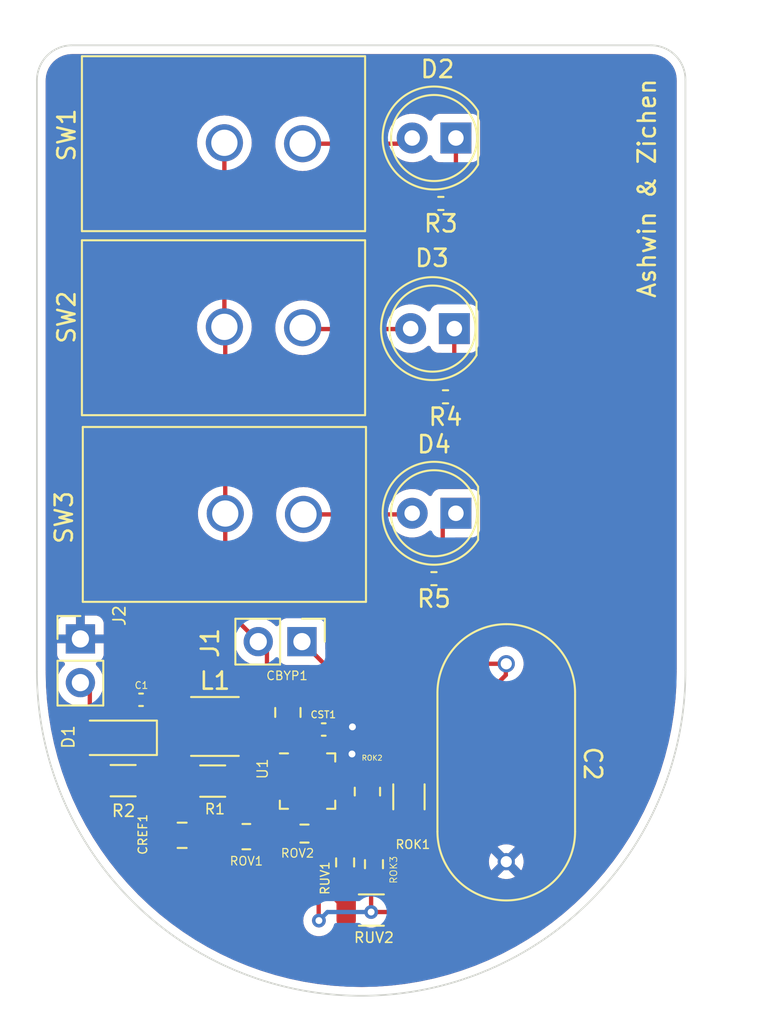
<source format=kicad_pcb>
(kicad_pcb (version 20210824) (generator pcbnew)
  (layers (0 "F.Cu" signal) (31 "B.Cu" signal) (34 "B.Paste" user) (35 "F.Paste" user) (36 "B.SilkS" user "B.Silkscreen") (37 "F.SilkS" user "F.Silkscreen") (38 "B.Mask" user) (39 "F.Mask" user) (44 "Edge.Cuts" user))
  (net 0 "")
  (net 1 "/Vin")
  (net 2 "GND")
  (net 3 "Net-(C2-Pad1)")
  (net 4 "Net-(CBYP1-Pad1)")
  (net 5 "Net-(CREF1-Pad1)")
  (net 6 "Net-(D1-Pad2)")
  (net 7 "Net-(D2-Pad1)")
  (net 8 "Net-(D2-Pad2)")
  (net 9 "Net-(D3-Pad1)")
  (net 10 "Net-(D3-Pad2)")
  (net 11 "Net-(D4-Pad1)")
  (net 12 "Net-(D4-Pad2)")
  (net 13 "/lbst")
  (net 14 "/voc_samp")
  (net 15 "/ok_prog")
  (net 16 "/ok_hyst")
  (net 17 "Net-(ROK3-Pad1)")
  (net 18 "Net-(ROV1-Pad1)")
  (net 19 "/vbatuv")
  (footprint "Resistor_SMD:R_0402_1005Metric" (layer "F.Cu") (at 117.2718 70.4342 180)
    (fp_text reference "R4" (at 0 -1.17) (layer "F.SilkS"))
    (fp_text value "271")
    (fp_line (start -0.153641 0.38) (end 0.153641 0.38) (layer "F.SilkS") (width 0.12))
    (fp_line (start -0.153641 -0.38) (end 0.153641 -0.38) (layer "F.SilkS") (width 0.12))
    (pad "1" smd roundrect locked (at -0.51 0 180) (size 0.54 0.64) (layers "F.Cu" "F.Paste" "F.Mask") (net 9 "Net-(D3-Pad1)"))
    (pad "2" smd roundrect locked (at 0.51 0 180) (size 0.54 0.64) (layers "F.Cu" "F.Paste" "F.Mask") (net 2 "GND"))
  )
  (footprint "Resistor_SMD:R_0603_1608Metric" (layer "F.Cu") (at 109.075016 95.80928 180)
    (fp_text reference "ROV2" (at 0.4064 -1.143) (layer "F.SilkS") (effects (font (size 0.5 0.5) (thickness 0.07))))
    (fp_text value "6.2M")
    (fp_line (start -0.237258 0.5225) (end 0.237258 0.5225) (layer "F.SilkS") (width 0.12))
    (fp_line (start -0.237258 -0.5225) (end 0.237258 -0.5225) (layer "F.SilkS") (width 0.12))
    (pad "1" smd roundrect locked (at -0.825 0 180) (size 0.8 0.95) (layers "F.Cu" "F.Paste" "F.Mask") (net 17 "Net-(ROK3-Pad1)"))
    (pad "2" smd roundrect locked (at 0.825 0 180) (size 0.8 0.95) (layers "F.Cu" "F.Paste" "F.Mask") (net 18 "Net-(ROV1-Pad1)"))
  )
  (footprint "Resistor_SMD:R_0603_1608Metric" (layer "F.Cu") (at 111.437216 97.48568 90)
    (fp_text reference "RUV1" (at -0.9144 -1.1684 270) (layer "F.SilkS") (effects (font (size 0.5 0.5) (thickness 0.08))))
    (fp_text value "5.6M")
    (fp_line (start -0.237258 -0.5225) (end 0.237258 -0.5225) (layer "F.SilkS") (width 0.12))
    (fp_line (start -0.237258 0.5225) (end 0.237258 0.5225) (layer "F.SilkS") (width 0.12))
    (pad "1" smd roundrect locked (at -0.825 0 90) (size 0.8 0.95) (layers "F.Cu" "F.Paste" "F.Mask") (net 2 "GND"))
    (pad "2" smd roundrect locked (at 0.825 0 90) (size 0.8 0.95) (layers "F.Cu" "F.Paste" "F.Mask") (net 19 "/vbatuv"))
  )
  (footprint "Connector_PinHeader_2.54mm:PinHeader_1x02_P2.54mm_Vertical" (layer "F.Cu") (at 108.927616 84.65868 -90)
    (fp_text reference "J1" (at 0.0762 5.339 90) (layer "F.SilkS"))
    (fp_text value "Conn_01x02")
    (fp_line (start -1.33 0) (end -1.33 -1.33) (layer "F.SilkS") (width 0.12))
    (fp_line (start -1.33 1.27) (end 1.33 1.27) (layer "F.SilkS") (width 0.12))
    (fp_line (start -1.33 1.27) (end -1.33 3.87) (layer "F.SilkS") (width 0.12))
    (fp_line (start -1.33 3.87) (end 1.33 3.87) (layer "F.SilkS") (width 0.12))
    (fp_line (start -1.33 -1.33) (end 0 -1.33) (layer "F.SilkS") (width 0.12))
    (fp_line (start 1.33 1.27) (end 1.33 3.87) (layer "F.SilkS") (width 0.12))
    (pad "1" thru_hole rect locked (at 0 0 270) (size 1.7 1.7) (drill 1) (layers *.Cu *.Mask) (net 3 "Net-(C2-Pad1)"))
    (pad "2" thru_hole oval locked (at 0 2.54 270) (size 1.7 1.7) (drill 1) (layers *.Cu *.Mask) (net 4 "Net-(CBYP1-Pad1)"))
  )
  (footprint "Resistor_SMD:R_0402_1005Metric" (layer "F.Cu") (at 116.6 81 180)
    (fp_text reference "R5" (at 0 -1.17) (layer "F.SilkS"))
    (fp_text value "271")
    (fp_line (start -0.153641 -0.38) (end 0.153641 -0.38) (layer "F.SilkS") (width 0.12))
    (fp_line (start -0.153641 0.38) (end 0.153641 0.38) (layer "F.SilkS") (width 0.12))
    (pad "1" smd roundrect locked (at -0.51 0 180) (size 0.54 0.64) (layers "F.Cu" "F.Paste" "F.Mask") (net 11 "Net-(D4-Pad1)"))
    (pad "2" smd roundrect locked (at 0.51 0 180) (size 0.54 0.64) (layers "F.Cu" "F.Paste" "F.Mask") (net 2 "GND"))
  )
  (footprint "Capacitor_SMD:C_0402_1005Metric" (layer "F.Cu") (at 110.192616 89.76408)
    (fp_text reference "CST1" (at -0.0254 -0.8636) (layer "F.SilkS") (effects (font (size 0.4 0.4) (thickness 0.07))))
    (fp_text value "4.7uF")
    (fp_line (start -0.107836 0.36) (end 0.107836 0.36) (layer "F.SilkS") (width 0.12))
    (fp_line (start -0.107836 -0.36) (end 0.107836 -0.36) (layer "F.SilkS") (width 0.12))
    (pad "1" smd roundrect locked (at -0.48 0) (size 0.56 0.62) (layers "F.Cu" "F.Paste" "F.Mask") (net 4 "Net-(CBYP1-Pad1)"))
    (pad "2" smd roundrect locked (at 0.48 0) (size 0.56 0.62) (layers "F.Cu" "F.Paste" "F.Mask") (net 2 "GND"))
  )
  (footprint "Package_DFN_QFN:QFN-16-1EP_3x3mm_P0.5mm_EP1.9x1.9mm" (layer "F.Cu") (at 109.252816 92.76128)
    (fp_text reference "U1" (at -2.6162 -0.7112 90) (layer "F.SilkS") (effects (font (size 0.6 0.6) (thickness 0.08))))
    (fp_text value "BQ25504")
    (fp_line (start 1.135 -1.61) (end 1.61 -1.61) (layer "F.SilkS") (width 0.12))
    (fp_line (start 1.61 1.61) (end 1.61 1.135) (layer "F.SilkS") (width 0.12))
    (fp_line (start 1.61 -1.61) (end 1.61 -1.135) (layer "F.SilkS") (width 0.12))
    (fp_line (start 1.135 1.61) (end 1.61 1.61) (layer "F.SilkS") (width 0.12))
    (fp_line (start -1.135 -1.61) (end -1.61 -1.61) (layer "F.SilkS") (width 0.12))
    (fp_line (start -1.135 1.61) (end -1.61 1.61) (layer "F.SilkS") (width 0.12))
    (fp_line (start -1.61 1.61) (end -1.61 1.135) (layer "F.SilkS") (width 0.12))
    (pad "1" smd roundrect locked (at -1.5125 -0.75) (size 0.675 0.25) (layers "F.Cu" "F.Paste" "F.Mask") (net 2 "GND"))
    (pad "2" smd roundrect locked (at -1.5125 -0.25) (size 0.675 0.25) (layers "F.Cu" "F.Paste" "F.Mask") (net 1 "/Vin"))
    (pad "3" smd roundrect locked (at -1.5125 0.25) (size 0.675 0.25) (layers "F.Cu" "F.Paste" "F.Mask") (net 14 "/voc_samp"))
    (pad "4" smd roundrect locked (at -1.5125 0.75) (size 0.675 0.25) (layers "F.Cu" "F.Paste" "F.Mask") (net 5 "Net-(CREF1-Pad1)"))
    (pad "5" smd roundrect locked (at -0.75 1.5125) (size 0.25 0.675) (layers "F.Cu" "F.Paste" "F.Mask") (net 2 "GND"))
    (pad "6" smd roundrect locked (at -0.25 1.5125) (size 0.25 0.675) (layers "F.Cu" "F.Paste" "F.Mask") (net 18 "Net-(ROV1-Pad1)"))
    (pad "7" smd roundrect locked (at 0.25 1.5125) (size 0.25 0.675) (layers "F.Cu" "F.Paste" "F.Mask") (net 17 "Net-(ROK3-Pad1)"))
    (pad "8" smd roundrect locked (at 0.75 1.5125) (size 0.25 0.675) (layers "F.Cu" "F.Paste" "F.Mask") (net 19 "/vbatuv"))
    (pad "9" smd roundrect locked (at 1.5125 0.75) (size 0.675 0.25) (layers "F.Cu" "F.Paste" "F.Mask") (net 16 "/ok_hyst"))
    (pad "10" smd roundrect locked (at 1.5125 0.25) (size 0.675 0.25) (layers "F.Cu" "F.Paste" "F.Mask") (net 15 "/ok_prog"))
    (pad "11" smd roundrect locked (at 1.5125 -0.25) (size 0.675 0.25) (layers "F.Cu" "F.Paste" "F.Mask"))
    (pad "12" smd roundrect locked (at 1.5125 -0.75) (size 0.675 0.25) (layers "F.Cu" "F.Paste" "F.Mask") (net 2 "GND"))
    (pad "13" smd roundrect locked (at 0.75 -1.5125) (size 0.25 0.675) (layers "F.Cu" "F.Paste" "F.Mask") (net 2 "GND"))
    (pad "14" smd roundrect locked (at 0.25 -1.5125) (size 0.25 0.675) (layers "F.Cu" "F.Paste" "F.Mask") (net 3 "Net-(C2-Pad1)"))
    (pad "15" smd roundrect locked (at -0.25 -1.5125) (size 0.25 0.675) (layers "F.Cu" "F.Paste" "F.Mask") (net 4 "Net-(CBYP1-Pad1)"))
    (pad "16" smd roundrect locked (at -0.75 -1.5125) (size 0.25 0.675) (layers "F.Cu" "F.Paste" "F.Mask") (net 13 "/lbst"))
    (pad "17" smd rect locked (at 0 0) (size 1.9 1.9) (layers "F.Cu" "F.Mask") (net 2 "GND"))
  )
  (footprint "SolarCell:SCAP" (layer "F.Cu") (at 120.8024 91.694 -90)
    (fp_text reference "C2" (at 0.0508 -5.0292 -90 unlocked) (layer "F.SilkS"))
    (fp_text value "1.0F")
    (fp_line (start -4 -4) (end 4 -4) (layer "F.SilkS") (width 0.12))
    (fp_line (start -4 4) (end 4 4) (layer "F.SilkS") (width 0.12))
    (fp_arc (start -4.05 0) (end -8.05 0) (angle -90) (layer "F.SilkS") (width 0.12))
    (fp_arc (start 4 0) (end 4 4) (angle -180) (layer "F.SilkS") (width 0.12))
    (fp_arc (start -4.05 0) (end -8.05 0) (angle 90) (layer "F.SilkS") (width 0.12))
    (pad "1" thru_hole circle (at -5.75 0 270) (size 1 1) (drill 0.65) (layers *.Cu *.Mask) (net 3 "Net-(C2-Pad1)"))
    (pad "2" thru_hole circle (at 5.75 0 270) (size 1 1) (drill 0.65) (layers *.Cu *.Mask) (net 2 "GND"))
  )
  (footprint "Resistor_SMD:R_1206_3216Metric" (layer "F.Cu") (at 115.145616 93.67568 -90)
    (fp_text reference "ROK1" (at 2.7686 -0.2286 180) (layer "F.SilkS") (effects (font (size 0.5 0.5) (thickness 0.08))))
    (fp_text value "4.42M")
    (fp_line (start -0.727064 0.91) (end 0.727064 0.91) (layer "F.SilkS") (width 0.12))
    (fp_line (start -0.727064 -0.91) (end 0.727064 -0.91) (layer "F.SilkS") (width 0.12))
    (pad "1" smd roundrect locked (at -1.4625 0 270) (size 1.125 1.75) (layers "F.Cu" "F.Paste" "F.Mask") (roundrect_rratio 0.2222222222) (net 15 "/ok_prog"))
    (pad "2" smd roundrect locked (at 1.4625 0 270) (size 1.125 1.75) (layers "F.Cu" "F.Paste" "F.Mask") (roundrect_rratio 0.2222222222) (net 2 "GND"))
  )
  (footprint "Capacitor_SMD:C_0805_2012Metric" (layer "F.Cu") (at 101.963016 95.91088 180)
    (fp_text reference "CREF1" (at 2.286 0.0508 90) (layer "F.SilkS") (effects (font (size 0.5 0.5) (thickness 0.08))))
    (fp_text value "0.01uF")
    (fp_line (start -0.261252 -0.735) (end 0.261252 -0.735) (layer "F.SilkS") (width 0.12))
    (fp_line (start -0.261252 0.735) (end 0.261252 0.735) (layer "F.SilkS") (width 0.12))
    (pad "1" smd roundrect locked (at -0.95 0 180) (size 1 1.45) (layers "F.Cu" "F.Paste" "F.Mask") (net 5 "Net-(CREF1-Pad1)"))
    (pad "2" smd roundrect locked (at 0.95 0 180) (size 1 1.45) (layers "F.Cu" "F.Paste" "F.Mask") (net 2 "GND"))
  )
  (footprint "Diode_SMD:D_SOD-123" (layer "F.Cu") (at 98.2472 90.2462 180)
    (fp_text reference "D1" (at 2.8972 0.0462 90) (layer "F.SilkS") (effects (font (size 0.7 0.7) (thickness 0.1))))
    (fp_text value "D_Schottky")
    (fp_line (start -2.25 1) (end 1.65 1) (layer "F.SilkS") (width 0.12))
    (fp_line (start -2.25 -1) (end -2.25 1) (layer "F.SilkS") (width 0.12))
    (fp_line (start -2.25 -1) (end 1.65 -1) (layer "F.SilkS") (width 0.12))
    (pad "1" smd rect locked (at -1.65 0 180) (size 0.9 1.2) (layers "F.Cu" "F.Paste" "F.Mask") (net 1 "/Vin"))
    (pad "2" smd rect locked (at 1.65 0 180) (size 0.9 1.2) (layers "F.Cu" "F.Paste" "F.Mask") (net 6 "Net-(D1-Pad2)"))
  )
  (footprint "Resistor_SMD:R_1206_3216Metric" (layer "F.Cu") (at 103.741016 92.76128 180)
    (fp_text reference "R1" (at -0.127 -1.6256) (layer "F.SilkS") (effects (font (size 0.6 0.6) (thickness 0.09))))
    (fp_text value "4.42M")
    (fp_line (start -0.727064 0.91) (end 0.727064 0.91) (layer "F.SilkS") (width 0.12))
    (fp_line (start -0.727064 -0.91) (end 0.727064 -0.91) (layer "F.SilkS") (width 0.12))
    (pad "1" smd roundrect locked (at -1.4625 0 180) (size 1.125 1.75) (layers "F.Cu" "F.Paste" "F.Mask") (roundrect_rratio 0.2222222222) (net 1 "/Vin"))
    (pad "2" smd roundrect locked (at 1.4625 0 180) (size 1.125 1.75) (layers "F.Cu" "F.Paste" "F.Mask") (roundrect_rratio 0.2222222222) (net 14 "/voc_samp"))
  )
  (footprint "Resistor_SMD:R_0603_1608Metric" (layer "F.Cu") (at 113.113616 97.58728 90)
    (fp_text reference "ROK3" (at -0.3302 1.143 90) (layer "F.SilkS") (effects (font (size 0.4 0.4) (thickness 0.05))))
    (fp_text value "1.43M")
    (fp_line (start -0.237258 -0.5225) (end 0.237258 -0.5225) (layer "F.SilkS") (width 0.12))
    (fp_line (start -0.237258 0.5225) (end 0.237258 0.5225) (layer "F.SilkS") (width 0.12))
    (pad "1" smd roundrect locked (at -0.825 0 90) (size 0.8 0.95) (layers "F.Cu" "F.Paste" "F.Mask") (net 17 "Net-(ROK3-Pad1)"))
    (pad "2" smd roundrect locked (at 0.825 0 90) (size 0.8 0.95) (layers "F.Cu" "F.Paste" "F.Mask") (net 16 "/ok_hyst"))
  )
  (footprint "LED_THT:LED_D5.0mm_Clear" (layer "F.Cu") (at 117.875 77.2 180)
    (fp_text reference "D4" (at 1.27 4 180) (layer "F.SilkS"))
    (fp_text value "LED")
    (fp_line (start -1.29 -1.545) (end -1.29 1.545) (layer "F.SilkS") (width 0.12))
    (fp_arc (start 1.27 0) (end -1.29 -1.54483) (angle 148.9) (layer "F.SilkS") (width 0.12))
    (fp_arc (start 1.27 0) (end -1.29 1.54483) (angle -148.9) (layer "F.SilkS") (width 0.12))
    (fp_circle (center 1.27 0) (end 3.77 0) (layer "F.SilkS") (width 0.12) (fill none))
    (pad "1" thru_hole rect locked (at 0 0 180) (size 1.8 1.8) (drill 0.9) (layers *.Cu *.Mask) (net 11 "Net-(D4-Pad1)"))
    (pad "2" thru_hole circle locked (at 2.54 0 180) (size 1.8 1.8) (drill 0.9) (layers *.Cu *.Mask) (net 12 "Net-(D4-Pad2)"))
  )
  (footprint "Connector_PinHeader_2.54mm:PinHeader_1x02_P2.54mm_Vertical" (layer "F.Cu") (at 96.05 84.5)
    (fp_text reference "J2" (at 2.26752 -1.351584 90) (layer "F.SilkS") (effects (font (size 0.7 0.7) (thickness 0.1))))
    (fp_text value "Conn_01x02")
    (fp_line (start -1.33 1.27) (end -1.33 3.87) (layer "F.SilkS") (width 0.12))
    (fp_line (start -1.33 0) (end -1.33 -1.33) (layer "F.SilkS") (width 0.12))
    (fp_line (start -1.33 3.87) (end 1.33 3.87) (layer "F.SilkS") (width 0.12))
    (fp_line (start -1.33 -1.33) (end 0 -1.33) (layer "F.SilkS") (width 0.12))
    (fp_line (start 1.33 1.27) (end 1.33 3.87) (layer "F.SilkS") (width 0.12))
    (fp_line (start -1.33 1.27) (end 1.33 1.27) (layer "F.SilkS") (width 0.12))
    (pad "1" thru_hole rect locked (at 0 0) (size 1.7 1.7) (drill 1) (layers *.Cu *.Mask) (net 2 "GND"))
    (pad "2" thru_hole oval locked (at 0 2.54) (size 1.7 1.7) (drill 1) (layers *.Cu *.Mask) (net 6 "Net-(D1-Pad2)"))
  )
  (footprint "Capacitor_SMD:C_0805_2012Metric" (layer "F.Cu") (at 108.109816 88.77348 90)
    (fp_text reference "CBYP1" (at 2.1336 -0.0508) (layer "F.SilkS") (effects (font (size 0.5 0.5) (thickness 0.07))))
    (fp_text value "0.01uF")
    (fp_line (start -0.261252 0.735) (end 0.261252 0.735) (layer "F.SilkS") (width 0.12))
    (fp_line (start -0.261252 -0.735) (end 0.261252 -0.735) (layer "F.SilkS") (width 0.12))
    (pad "1" smd roundrect locked (at -0.95 0 90) (size 1 1.45) (layers "F.Cu" "F.Paste" "F.Mask") (net 4 "Net-(CBYP1-Pad1)"))
    (pad "2" smd roundrect locked (at 0.95 0 90) (size 1 1.45) (layers "F.Cu" "F.Paste" "F.Mask") (net 2 "GND"))
  )
  (footprint "SolarCell:Switch1" (layer "F.Cu") (at 104.3686 66.421 180)
    (fp_text reference "SW2" (at 9.1186 0.6096 90 unlocked) (layer "F.SilkS"))
    (fp_text value "SW_DIP_x01")
    (fp_line (start -8.2296 -5.08) (end 8.2296 -5.08) (layer "F.SilkS") (width 0.12))
    (fp_line (start -8.2296 5.08) (end -8.2296 -5.08) (layer "F.SilkS") (width 0.12))
    (fp_line (start 8.2296 5.08) (end -8.2296 5.08) (layer "F.SilkS") (width 0.12))
    (fp_line (start 8.2296 -5.08) (end 8.2296 5.08) (layer "F.SilkS") (width 0.12))
    (pad "1" thru_hole circle (at -0.0508 0.0508 180) (size 2.159 2.159) (drill 1.524) (layers *.Cu *.Mask) (net 4 "Net-(CBYP1-Pad1)"))
    (pad "2" thru_hole circle (at -4.5974 0 180) (size 2.159 2.159) (drill 1.524) (layers *.Cu *.Mask) (net 10 "Net-(D3-Pad2)"))
  )
  (footprint "Inductor_SMD:L_1812_4532Metric" (layer "F.Cu") (at 103.868016 89.58628)
    (fp_text reference "L1" (at 0 -2.65) (layer "F.SilkS"))
    (fp_text value "22uH")
    (fp_line (start -1.386252 1.71) (end 1.386252 1.71) (layer "F.SilkS") (width 0.12))
    (fp_line (start -1.386252 -1.71) (end 1.386252 -1.71) (layer "F.SilkS") (width 0.12))
    (pad "1" smd roundrect locked (at -2.1375 0) (size 1.125 3.4) (layers "F.Cu" "F.Paste" "F.Mask") (roundrect_rratio 0.2222222222) (net 1 "/Vin"))
    (pad "2" smd roundrect locked (at 2.1375 0) (size 1.125 3.4) (layers "F.Cu" "F.Paste" "F.Mask") (roundrect_rratio 0.2222222222) (net 13 "/lbst"))
  )
  (footprint "Resistor_SMD:R_0402_1005Metric" (layer "F.Cu") (at 117 59.2 180)
    (fp_text reference "R3" (at 0 -1.17) (layer "F.SilkS"))
    (fp_text value "271")
    (fp_line (start -0.153641 0.38) (end 0.153641 0.38) (layer "F.SilkS") (width 0.12))
    (fp_line (start -0.153641 -0.38) (end 0.153641 -0.38) (layer "F.SilkS") (width 0.12))
    (pad "1" smd roundrect locked (at -0.51 0 180) (size 0.54 0.64) (layers "F.Cu" "F.Paste" "F.Mask") (net 7 "Net-(D2-Pad1)"))
    (pad "2" smd roundrect locked (at 0.51 0 180) (size 0.54 0.64) (layers "F.Cu" "F.Paste" "F.Mask") (net 2 "GND"))
  )
  (footprint "SolarCell:Switch1" (layer "F.Cu") (at 104.3686 55.7276 180)
    (fp_text reference "SW1" (at 9.1186 0.508 90 unlocked) (layer "F.SilkS"))
    (fp_text value "SW_DIP_x01")
    (fp_line (start -8.2296 5.08) (end -8.2296 -5.08) (layer "F.SilkS") (width 0.12))
    (fp_line (start 8.2296 -5.08) (end 8.2296 5.08) (layer "F.SilkS") (width 0.12))
    (fp_line (start 8.2296 5.08) (end -8.2296 5.08) (layer "F.SilkS") (width 0.12))
    (fp_line (start -8.2296 -5.08) (end 8.2296 -5.08) (layer "F.SilkS") (width 0.12))
    (pad "1" thru_hole circle (at -0.0508 0.0508 180) (size 2.159 2.159) (drill 1.524) (layers *.Cu *.Mask) (net 4 "Net-(CBYP1-Pad1)"))
    (pad "2" thru_hole circle (at -4.5974 0 180) (size 2.159 2.159) (drill 1.524) (layers *.Cu *.Mask) (net 8 "Net-(D2-Pad2)"))
  )
  (footprint "SolarCell:Switch1" (layer "F.Cu") (at 104.4194 77.2668 180)
    (fp_text reference "SW3" (at 9.3218 -0.1778 90 unlocked) (layer "F.SilkS"))
    (fp_text value "SW_DIP_x01")
    (fp_line (start -8.2296 5.08) (end -8.2296 -5.08) (layer "F.SilkS") (width 0.12))
    (fp_line (start 8.2296 5.08) (end -8.2296 5.08) (layer "F.SilkS") (width 0.12))
    (fp_line (start 8.2296 -5.08) (end 8.2296 5.08) (layer "F.SilkS") (width 0.12))
    (fp_line (start -8.2296 -5.08) (end 8.2296 -5.08) (layer "F.SilkS") (width 0.12))
    (pad "1" thru_hole circle (at -0.0508 0.0508 180) (size 2.159 2.159) (drill 1.524) (layers *.Cu *.Mask) (net 4 "Net-(CBYP1-Pad1)"))
    (pad "2" thru_hole circle (at -4.5974 0 180) (size 2.159 2.159) (drill 1.524) (layers *.Cu *.Mask) (net 12 "Net-(D4-Pad2)"))
  )
  (footprint "Resistor_SMD:R_1206_3216Metric" (layer "F.Cu") (at 112.961216 100.25428)
    (fp_text reference "RUV2" (at 0.1524 1.6002) (layer "F.SilkS") (effects (font (size 0.6 0.6) (thickness 0.09))))
    (fp_text value "4.42M")
    (fp_line (start -0.727064 0.91) (end 0.727064 0.91) (layer "F.SilkS") (width 0.12))
    (fp_line (start -0.727064 -0.91) (end 0.727064 -0.91) (layer "F.SilkS") (width 0.12))
    (pad "1" smd roundrect locked (at -1.4625 0) (size 1.125 1.75) (layers "F.Cu" "F.Paste" "F.Mask") (roundrect_rratio 0.2222222222) (net 19 "/vbatuv"))
    (pad "2" smd roundrect locked (at 1.4625 0) (size 1.125 1.75) (layers "F.Cu" "F.Paste" "F.Mask") (roundrect_rratio 0.2222222222) (net 17 "Net-(ROK3-Pad1)"))
  )
  (footprint "Resistor_SMD:R_1206_3216Metric" (layer "F.Cu") (at 98.534016 92.73588 180)
    (fp_text reference "R2" (at -0.0254 -1.7526) (layer "F.SilkS") (effects (font (size 0.7 0.7) (thickness 0.1))))
    (fp_text value "15M")
    (fp_line (start -0.727064 -0.91) (end 0.727064 -0.91) (layer "F.SilkS") (width 0.12))
    (fp_line (start -0.727064 0.91) (end 0.727064 0.91) (layer "F.SilkS") (width 0.12))
    (pad "1" smd roundrect locked (at -1.4625 0 180) (size 1.125 1.75) (layers "F.Cu" "F.Paste" "F.Mask") (roundrect_rratio 0.2222222222) (net 14 "/voc_samp"))
    (pad "2" smd roundrect locked (at 1.4625 0 180) (size 1.125 1.75) (layers "F.Cu" "F.Paste" "F.Mask") (roundrect_rratio 0.2222222222) (net 2 "GND"))
  )
  (footprint "Capacitor_SMD:C_0402_1005Metric" (layer "F.Cu") (at 99.575416 88.03688 180)
    (fp_text reference "C1" (at -0.0228 0.8382) (layer "F.SilkS") (effects (font (size 0.4 0.4) (thickness 0.06))))
    (fp_text value "4.7uF")
    (fp_line (start -0.107836 0.36) (end 0.107836 0.36) (layer "F.SilkS") (width 0.12))
    (fp_line (start -0.107836 -0.36) (end 0.107836 -0.36) (layer "F.SilkS") (width 0.12))
    (pad "1" smd roundrect locked (at -0.48 0 180) (size 0.56 0.62) (layers "F.Cu" "F.Paste" "F.Mask") (net 1 "/Vin"))
    (pad "2" smd roundrect locked (at 0.48 0 180) (size 0.56 0.62) (layers "F.Cu" "F.Paste" "F.Mask") (net 2 "GND"))
  )
  (footprint "LED_THT:LED_D5.0mm_Clear" (layer "F.Cu") (at 117.7848 66.4718 180)
    (fp_text reference "D3" (at 1.299 4.0972 180) (layer "F.SilkS"))
    (fp_text value "LED")
    (fp_line (start -1.29 -1.545) (end -1.29 1.545) (layer "F.SilkS") (width 0.12))
    (fp_arc (start 1.27 0) (end -1.29 -1.54483) (angle 148.9) (layer "F.SilkS") (width 0.12))
    (fp_arc (start 1.27 0) (end -1.29 1.54483) (angle -148.9) (layer "F.SilkS") (width 0.12))
    (fp_circle (center 1.27 0) (end 3.77 0) (layer "F.SilkS") (width 0.12) (fill none))
    (pad "1" thru_hole rect locked (at 0 0 180) (size 1.8 1.8) (drill 0.9) (layers *.Cu *.Mask) (net 9 "Net-(D3-Pad1)"))
    (pad "2" thru_hole circle locked (at 2.54 0 180) (size 1.8 1.8) (drill 0.9) (layers *.Cu *.Mask) (net 10 "Net-(D3-Pad2)"))
  )
  (footprint "Resistor_SMD:R_0805_2012Metric" (layer "F.Cu") (at 105.696816 95.98708 180)
    (fp_text reference "ROV1" (at 0 -1.4224) (layer "F.SilkS") (effects (font (size 0.5 0.5) (thickness 0.07))))
    (fp_text value "3.57M")
    (fp_line (start -0.227064 -0.735) (end 0.227064 -0.735) (layer "F.SilkS") (width 0.12))
    (fp_line (start -0.227064 0.735) (end 0.227064 0.735) (layer "F.SilkS") (width 0.12))
    (pad "1" smd roundrect locked (at -0.9125 0 180) (size 1.025 1.4) (layers "F.Cu" "F.Paste" "F.Mask") (roundrect_rratio 0.243902439) (net 18 "Net-(ROV1-Pad1)"))
    (pad "2" smd roundrect locked (at 0.9125 0 180) (size 1.025 1.4) (layers "F.Cu" "F.Paste" "F.Mask") (roundrect_rratio 0.243902439) (net 2 "GND"))
  )
  (footprint "Resistor_SMD:R_0805_2012Metric" (layer "F.Cu") (at 112.732616 93.37088 90)
    (fp_text reference "ROK2" (at 1.95628 0.271984) (layer "F.SilkS") (effects (font (size 0.3 0.3) (thickness 0.05))))
    (fp_text value "4.22M")
    (fp_line (start -0.227064 -0.735) (end 0.227064 -0.735) (layer "F.SilkS") (width 0.12))
    (fp_line (start -0.227064 0.735) (end 0.227064 0.735) (layer "F.SilkS") (width 0.12))
    (pad "1" smd roundrect locked (at -0.9125 0 90) (size 1.025 1.4) (layers "F.Cu" "F.Paste" "F.Mask") (roundrect_rratio 0.243902439) (net 16 "/ok_hyst"))
    (pad "2" smd roundrect locked (at 0.9125 0 90) (size 1.025 1.4) (layers "F.Cu" "F.Paste" "F.Mask") (roundrect_rratio 0.243902439) (net 15 "/ok_prog"))
  )
  (footprint "LED_THT:LED_D5.0mm_Clear" (layer "F.Cu") (at 117.875 55.3974 180)
    (fp_text reference "D2" (at 1.0704 3.9974 180) (layer "F.SilkS"))
    (fp_text value "LED")
    (fp_line (start -1.29 -1.545) (end -1.29 1.545) (layer "F.SilkS") (width 0.12))
    (fp_arc (start 1.27 0) (end -1.29 -1.54483) (angle 148.9) (layer "F.SilkS") (width 0.12))
    (fp_arc (start 1.27 0) (end -1.29 1.54483) (angle -148.9) (layer "F.SilkS") (width 0.12))
    (fp_circle (center 1.27 0) (end 3.77 0) (layer "F.SilkS") (width 0.12) (fill none))
    (pad "1" thru_hole rect locked (at 0 0 180) (size 1.8 1.8) (drill 0.9) (layers *.Cu *.Mask) (net 7 "Net-(D2-Pad1)"))
    (pad "2" thru_hole circle locked (at 2.54 0 180) (size 1.8 1.8) (drill 0.9) (layers *.Cu *.Mask) (net 8 "Net-(D2-Pad2)"))
  )
  (gr_arc (start 129.216306 52.0126) (end 131.216306 52.0126) (angle -90) (layer "Edge.Cuts") (width 0.1))
  (gr_arc (start 95.563814 52.053614) (end 93.5228 52.0126) (angle 87.69760239) (layer "Edge.Cuts") (width 0.1))
  (gr_line (start 93.5228 86.3854) (end 93.5228 52.0126) (layer "Edge.Cuts") (width 0.1))
  (gr_arc (start 112.3696 86.3854) (end 93.5228 86.3854) (angle -180.1810287) (layer "Edge.Cuts") (width 0.1))
  (gr_line (start 131.216306 86.325853) (end 131.216306 52.0126) (layer "Edge.Cuts") (width 0.1))
  (gr_line (start 129.216306 50.0126) (end 95.5228 50.0126) (layer "Edge.Cuts") (width 0.1))
  (gr_text "Ashwin & Zichen\n" (at 128.9812 58.3184 90) (layer "F.SilkS") (effects (font (size 1 1))))
  (segment (start 100.055416 88.03688) (end 100.055416 90.087984) (width 0.25) (layer "F.Cu") (net 1))
  (segment (start 105.453516 92.51128) (end 107.740316 92.51128) (width 0.25) (layer "F.Cu") (net 1))
  (segment (start 102.028516 89.58628) (end 101.730516 89.58628) (width 0.25) (layer "F.Cu") (net 1))
  (segment (start 105.203516 92.76128) (end 102.028516 89.58628) (width 0.25) (layer "F.Cu") (net 1))
  (segment (start 101.070596 90.2462) (end 101.730516 89.58628) (width 0.25) (layer "F.Cu") (net 1))
  (segment (start 100.055416 90.087984) (end 99.8972 90.2462) (width 0.25) (layer "F.Cu") (net 1))
  (segment (start 99.8972 90.2462) (end 101.070596 90.2462) (width 0.25) (layer "F.Cu") (net 1))
  (segment (start 105.203516 92.76128) (end 105.453516 92.51128) (width 0.25) (layer "F.Cu") (net 1))
  (segment (start 107.814036 94.96256) (end 108.502816 94.27378) (width 0.25) (layer "F.Cu") (net 2))
  (segment (start 111.77342 91.24878) (end 111.8362 91.186) (width 0.25) (layer "F.Cu") (net 2))
  (segment (start 110.002816 91.24878) (end 110.002816 92.01128) (width 0.25) (layer "F.Cu") (net 2))
  (segment (start 110.825496 89.6112) (end 110.672616 89.76408) (width 0.25) (layer "F.Cu") (net 2))
  (segment (start 110.002816 92.01128) (end 109.252816 92.76128) (width 0.25) (layer "F.Cu") (net 2))
  (segment (start 112.060136 97.68776) (end 113.41046 97.68776) (width 0.25) (layer "F.Cu") (net 2))
  (segment (start 111.437216 98.31068) (end 112.060136 97.68776) (width 0.25) (layer "F.Cu") (net 2))
  (segment (start 111.8616 89.6112) (end 110.825496 89.6112) (width 0.25) (layer "F.Cu") (net 2))
  (segment (start 109.252816 92.76128) (end 108.502816 93.51128) (width 0.25) (layer "F.Cu") (net 2))
  (segment (start 115.145616 95.952604) (end 115.145616 95.13818) (width 0.25) (layer "F.Cu") (net 2))
  (segment (start 105.808836 94.96256) (end 107.814036 94.96256) (width 0.25) (layer "F.Cu") (net 2))
  (segment (start 108.502816 93.51128) (end 108.502816 94.27378) (width 0.25) (layer "F.Cu") (net 2))
  (segment (start 110.002816 91.24878) (end 111.77342 91.24878) (width 0.25) (layer "F.Cu") (net 2))
  (segment (start 104.784316 95.98708) (end 105.808836 94.96256) (width 0.25) (layer "F.Cu") (net 2))
  (segment (start 110.002816 92.01128) (end 110.765316 92.01128) (width 0.25) (layer "F.Cu") (net 2))
  (segment (start 109.252816 92.76128) (end 108.502816 92.01128) (width 0.25) (layer "F.Cu") (net 2))
  (segment (start 108.502816 92.01128) (end 107.740316 92.01128) (width 0.25) (layer "F.Cu") (net 2))
  (segment (start 113.41046 97.68776) (end 115.145616 95.952604) (width 0.25) (layer "F.Cu") (net 2))
  (via (at 111.8362 91.186) (size 0.8) (drill 0.4) (layers "F.Cu" "B.Cu") (net 2))
  (via (at 111.8616 89.6112) (size 0.8) (drill 0.4) (layers "F.Cu" "B.Cu") (net 2))
  (segment (start 111.8362 91.186) (end 111.8362 89.6366) (width 0.25) (layer "B.Cu") (net 2))
  (segment (start 111.8362 89.6366) (end 111.8616 89.6112) (width 0.25) (layer "B.Cu") (net 2))
  (segment (start 120.777 85.944) (end 110.212936 85.944) (width 0.25) (layer "F.Cu") (net 3))
  (segment (start 116.9804 90.3986) (end 120.777 86.602) (width 0.25) (layer "F.Cu") (net 3))
  (segment (start 120.777 86.602) (end 120.777 85.944) (width 0.25) (layer "F.Cu") (net 3))
  (segment (start 110.212936 85.944) (end 108.927616 84.65868) (width 0.25) (layer "F.Cu") (net 3))
  (segment (start 109.502816 90.862218) (end 109.966434 90.3986) (width 0.25) (layer "F.Cu") (net 3))
  (segment (start 109.502816 91.24878) (end 109.502816 90.862218) (width 0.25) (layer "F.Cu") (net 3))
  (segment (start 109.966434 90.3986) (end 116.9804 90.3986) (width 0.25) (layer "F.Cu") (net 3))
  (segment (start 106.892536 88.5062) (end 108.109816 89.72348) (width 0.25) (layer "F.Cu") (net 4))
  (segment (start 104.4702 77.216) (end 104.4702 66.421) (width 0.25) (layer "F.Cu") (net 4))
  (segment (start 104.4702 77.216) (end 104.4702 82.741264) (width 0.25) (layer "F.Cu") (net 4))
  (segment (start 104.4702 66.421) (end 104.4194 66.3702) (width 0.25) (layer "F.Cu") (net 4))
  (segment (start 109.002816 91.24878) (end 109.002816 90.47388) (width 0.25) (layer "F.Cu") (net 4))
  (segment (start 104.4194 55.6768) (end 104.4194 66.3702) (width 0.25) (layer "F.Cu") (net 4))
  (segment (start 109.672016 89.72348) (end 109.712616 89.76408) (width 0.25) (layer "F.Cu") (net 4))
  (segment (start 104.4702 82.741264) (end 106.387616 84.65868) (width 0.25) (layer "F.Cu") (net 4))
  (segment (start 108.109816 89.72348) (end 109.672016 89.72348) (width 0.25) (layer "F.Cu") (net 4))
  (segment (start 106.387616 84.65868) (end 106.892536 85.1636) (width 0.25) (layer "F.Cu") (net 4))
  (segment (start 106.892536 85.1636) (end 106.892536 88.5062) (width 0.25) (layer "F.Cu") (net 4))
  (segment (start 109.002816 90.47388) (end 109.712616 89.76408) (width 0.25) (layer "F.Cu") (net 4))
  (segment (start 102.913016 95.91088) (end 104.413576 94.41032) (width 0.25) (layer "F.Cu") (net 5))
  (segment (start 106.841276 94.41032) (end 107.740316 93.51128) (width 0.25) (layer "F.Cu") (net 5))
  (segment (start 104.413576 94.41032) (end 106.841276 94.41032) (width 0.25) (layer "F.Cu") (net 5))
  (segment (start 96.5972 90.2462) (end 96.5972 87.5872) (width 0.25) (layer "F.Cu") (net 6))
  (segment (start 96.5972 87.5872) (end 96.05 87.04) (width 0.25) (layer "F.Cu") (net 6))
  (segment (start 117.875 55.3974) (end 117.875 58.835) (width 0.25) (layer "F.Cu") (net 7))
  (segment (start 117.875 58.835) (end 117.51 59.2) (width 0.25) (layer "F.Cu") (net 7))
  (segment (start 115.0048 55.7276) (end 115.335 55.3974) (width 0.25) (layer "F.Cu") (net 8))
  (segment (start 108.966 55.7276) (end 115.0048 55.7276) (width 0.25) (layer "F.Cu") (net 8))
  (segment (start 117.7818 70.4342) (end 117.7818 66.4748) (width 0.25) (layer "F.Cu") (net 9))
  (segment (start 117.7818 66.4748) (end 117.7848 66.4718) (width 0.25) (layer "F.Cu") (net 9))
  (segment (start 114.559 66.4972) (end 109.0422 66.4972) (width 0.25) (layer "F.Cu") (net 10))
  (segment (start 109.0422 66.4972) (end 108.966 66.421) (width 0.25) (layer "F.Cu") (net 10))
  (segment (start 117.11 77.965) (end 117.875 77.2) (width 0.25) (layer "F.Cu") (net 11))
  (segment (start 117.11 81) (end 117.11 77.965) (width 0.25) (layer "F.Cu") (net 11))
  (segment (start 109.0168 77.2668) (end 115.2682 77.2668) (width 0.25) (layer "F.Cu") (net 12))
  (segment (start 115.2682 77.2668) (end 115.335 77.2) (width 0.25) (layer "F.Cu") (net 12))
  (segment (start 106.005516 89.58628) (end 107.668016 91.24878) (width 0.25) (layer "F.Cu") (net 13))
  (segment (start 107.668016 91.24878) (end 108.502816 91.24878) (width 0.25) (layer "F.Cu") (net 13))
  (segment (start 102.253116 92.73588) (end 102.278516 92.76128) (width 0.25) (layer "F.Cu") (net 14))
  (segment (start 107.353754 93.01128) (end 107.740316 93.01128) (width 0.25) (layer "F.Cu") (net 14))
  (segment (start 99.996516 92.73588) (end 102.253116 92.73588) (width 0.25) (layer "F.Cu") (net 14))
  (segment (start 103.478036 93.9608) (end 106.404234 93.9608) (width 0.25) (layer "F.Cu") (net 14))
  (segment (start 102.278516 92.76128) (end 103.478036 93.9608) (width 0.25) (layer "F.Cu") (net 14))
  (segment (start 106.404234 93.9608) (end 107.353754 93.01128) (width 0.25) (layer "F.Cu") (net 14))
  (segment (start 112.977816 92.21318) (end 112.732616 92.45838) (width 0.25) (layer "F.Cu") (net 15))
  (segment (start 110.765316 93.01128) (end 112.179716 93.01128) (width 0.25) (layer "F.Cu") (net 15))
  (segment (start 115.145616 92.21318) (end 112.977816 92.21318) (width 0.25) (layer "F.Cu") (net 15))
  (segment (start 112.179716 93.01128) (end 112.732616 92.45838) (width 0.25) (layer "F.Cu") (net 15))
  (segment (start 110.765316 93.51128) (end 111.960516 93.51128) (width 0.25) (layer "F.Cu") (net 16))
  (segment (start 113.113616 94.66438) (end 112.732616 94.28338) (width 0.25) (layer "F.Cu") (net 16))
  (segment (start 111.960516 93.51128) (end 112.732616 94.28338) (width 0.25) (layer "F.Cu") (net 16))
  (segment (start 113.113616 96.76228) (end 113.113616 94.66438) (width 0.25) (layer "F.Cu") (net 16))
  (segment (start 112.948516 100.36858) (end 112.948516 98.57738) (width 0.25) (layer "F.Cu") (net 17))
  (segment (start 109.900016 95.80928) (end 109.900016 100.85068) (width 0.25) (layer "F.Cu") (net 17))
  (segment (start 109.502816 95.41208) (end 109.900016 95.80928) (width 0.25) (layer "F.Cu") (net 17))
  (segment (start 114.309416 100.36858) (end 114.423716 100.25428) (width 0.25) (layer "F.Cu") (net 17))
  (segment (start 109.502816 94.27378) (end 109.502816 95.41208) (width 0.25) (layer "F.Cu") (net 17))
  (segment (start 112.948516 98.57738) (end 113.113616 98.41228) (width 0.25) (layer "F.Cu") (net 17))
  (segment (start 109.900016 100.85068) (end 109.913216 100.86388) (width 0.25) (layer "F.Cu") (net 17))
  (segment (start 112.948516 100.36858) (end 114.309416 100.36858) (width 0.25) (layer "F.Cu") (net 17))
  (via (at 109.913216 100.86388) (size 0.8) (drill 0.4) (layers "F.Cu" "B.Cu") (net 17))
  (via (at 112.948516 100.36858) (size 0.8) (drill 0.4) (layers "F.Cu" "B.Cu") (net 17))
  (segment (start 109.913216 100.86388) (end 110.408516 100.36858) (width 0.25) (layer "B.Cu") (net 17))
  (segment (start 110.408516 100.36858) (end 112.948516 100.36858) (width 0.25) (layer "B.Cu") (net 17))
  (segment (start 108.250016 95.80928) (end 109.002816 95.05648) (width 0.25) (layer "F.Cu") (net 18))
  (segment (start 106.609316 95.98708) (end 108.072216 95.98708) (width 0.25) (layer "F.Cu") (net 18))
  (segment (start 108.072216 95.98708) (end 108.250016 95.80928) (width 0.25) (layer "F.Cu") (net 18))
  (segment (start 109.002816 95.05648) (end 109.002816 94.27378) (width 0.25) (layer "F.Cu") (net 18))
  (segment (start 111.498716 100.25428) (end 110.637696 99.39326) (width 0.25) (layer "F.Cu") (net 19))
  (segment (start 110.637696 97.4602) (end 111.437216 96.66068) (width 0.25) (layer "F.Cu") (net 19))
  (segment (start 111.437216 96.66068) (end 111.437216 95.70818) (width 0.25) (layer "F.Cu") (net 19))
  (segment (start 111.437216 95.70818) (end 110.002816 94.27378) (width 0.25) (layer "F.Cu") (net 19))
  (segment (start 110.637696 99.39326) (end 110.637696 97.4602) (width 0.25) (layer "F.Cu") (net 19))
  (zone (net 2) (net_name "GND") (layers F&B.Cu) (connect_pads (clearance 0.508)) (min_thickness 0.254) (fill yes (thermal_gap 0.508) (thermal_bridge_width 0.508))
    (polygon (pts (xy 136.562743 106.870796) (xy 91.630143 106.743796) (xy 91.579343 48.526996) (xy 136.562743 48.399996)))
  )
)
</source>
